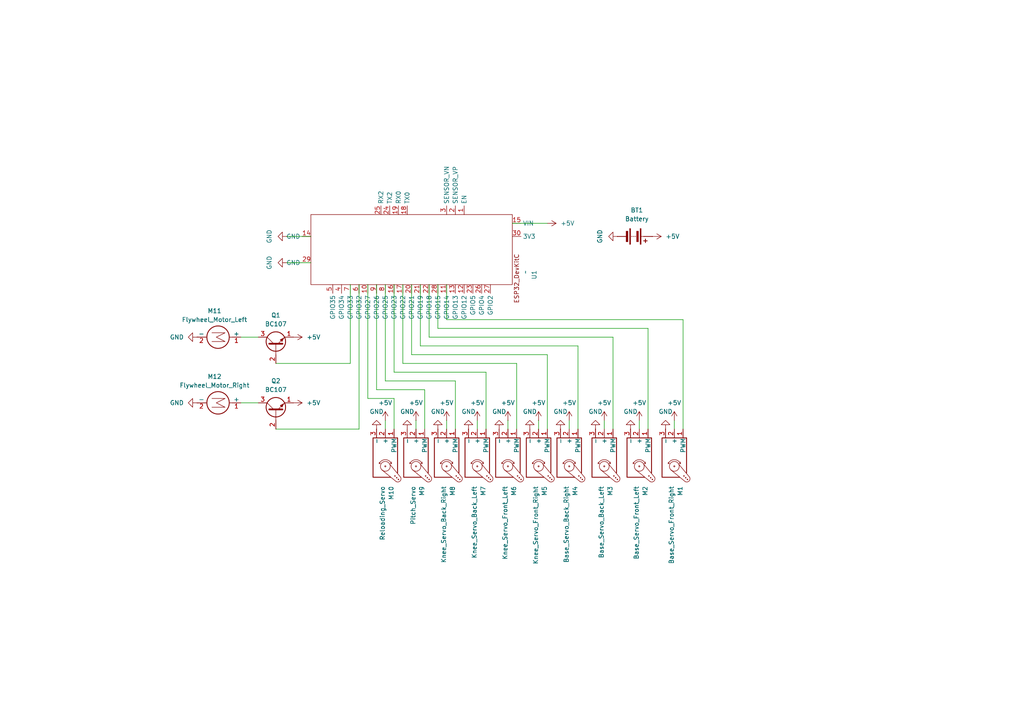
<source format=kicad_sch>
(kicad_sch (version 20250114) (generator "eeschema") (generator_version "9.0")
  (paper "A4")
  (lib_symbols
    (symbol "Device:Battery" (pin_numbers (hide yes)) (pin_names (offset 0) (hide yes))
      (property "Reference" "BT" (at 2.54 2.54 0))
      (property "Value" "Battery" (at 2.54 0 0))
      (symbol "Battery_0_1"
        (rectangle (start -2.286 1.778) (end 2.286 1.524) (fill (type outline)))
        (rectangle (start -2.286 -1.27) (end 2.286 -1.524) (fill (type outline)))
        (rectangle (start -1.524 1.016) (end 1.524 0.508) (fill (type outline)))
        (rectangle (start -1.524 -2.032) (end 1.524 -2.54) (fill (type outline)))
        (polyline (pts (xy 0 1.778) (xy 0 2.54)))
        (polyline (pts (xy 0 0) (xy 0 0.254)))
        (polyline (pts (xy 0 -0.508) (xy 0 -0.254)))
        (polyline (pts (xy 0 -1.016) (xy 0 -0.762)))
        (polyline (pts (xy 0.762 3.048) (xy 1.778 3.048)) (stroke (width 0.254)))
        (polyline (pts (xy 1.27 3.556) (xy 1.27 2.54)) (stroke (width 0.254)))
      )
      (symbol "Battery_1_1"
        (pin power_out line (at 0 5.08 270) (length 2.54) (name "+") (number "1"))
        (pin passive line (at 0 -5.08 90) (length 2.54) (name "-") (number "2"))
      )
    )
    (symbol "Motor:Motor_DC" (pin_names (offset 0))
      (property "Reference" "M" (at 2.54 2.54 0))
      (property "Value" "Motor_DC" (at 2.54 -5.08 0))
      (symbol "Motor_DC_0_0"
        (polyline (pts (xy -1.27 -3.302) (xy -1.27 0.508) (xy 0 -2.032) (xy 1.27 0.508) (xy 1.27 -3.302)))
      )
      (symbol "Motor_DC_0_1"
        (polyline (pts (xy 0 2.032) (xy 0 2.54)))
        (polyline (pts (xy 0 1.7272) (xy 0 2.0828)))
        (circle (center 0 -1.524) (radius 3.2512) (stroke (width 0.254)))
        (polyline (pts (xy 0 -4.7752) (xy 0 -5.1816)))
        (polyline (pts (xy 0 -7.62) (xy 0 -7.112)))
      )
      (symbol "Motor_DC_1_1"
        (pin passive line (at 0 5.08 270) (length 2.54) (name "+") (number "1"))
        (pin passive line (at 0 -7.62 90) (length 2.54) (name "-") (number "2"))
      )
    )
    (symbol "Motor:Motor_Servo" (pin_names (offset 0.0254))
      (property "Reference" "M" (at -5.08 4.445 0))
      (property "Value" "Motor_Servo" (at -5.08 -4.064 0))
      (symbol "Motor_Servo_0_1"
        (polyline (pts (xy 2.413 1.778) (xy 1.905 1.778)))
        (polyline (pts (xy 2.413 1.778) (xy 2.286 1.397)))
        (polyline (pts (xy 2.413 -1.778) (xy 2.032 -1.778)))
        (polyline (pts (xy 2.413 -1.778) (xy 2.286 -1.397)))
        (arc (start 2.413 -1.778) (mid 1.2406 0) (end 2.413 1.778))
        (circle (center 3.175 0) (radius 0.1778))
        (circle (center 3.175 0) (radius 1.4224))
        (polyline (pts (xy 5.08 3.556) (xy -5.08 3.556) (xy -5.08 -3.556) (xy 6.35 -3.556) (xy 6.35 1.524)) (stroke (width 0.254)))
        (circle (center 5.969 2.794) (radius 0.127))
        (polyline (pts (xy 6.35 4.445) (xy 2.54 1.27)))
        (circle (center 6.477 3.302) (radius 0.127))
        (arc (start 6.35 4.445) (mid 7.4487 4.2737) (end 7.62 3.175))
        (circle (center 6.985 3.81) (radius 0.127))
        (polyline (pts (xy 7.62 3.175) (xy 4.191 -1.016)))
      )
      (symbol "Motor_Servo_1_1"
        (pin passive line (at -7.62 2.54 0) (length 2.54) (name "PWM") (number "1"))
        (pin passive line (at -7.62 0 0) (length 2.54) (name "+") (number "2"))
        (pin passive line (at -7.62 -2.54 0) (length 2.54) (name "-") (number "3"))
      )
    )
    (symbol "RF_Controller:ESP32_DevKitC_30"
      (property "Reference" "U" (at -10.16 -1.778 0))
      (symbol "ESP32_DevKitC_30_0_1"
        (rectangle (start -8.89 -2.54) (end 11.43 -60.96))
      )
      (symbol "ESP32_DevKitC_30_1_1"
        (text "ESP32_DevKitC" (at 9.652 -1.27 0) (effects (font (size 1.27 1.27))))
        (pin input line (at -8.89 -16.51 180) (length 2.54) (name "EN") (number "1"))
        (pin input line (at -8.89 -19.05 180) (length 2.54) (name "SENSOR_VP") (number "2"))
        (pin input line (at -8.89 -21.59 180) (length 2.54) (name "SENSOR_VN") (number "3"))
        (pin bidirectional line (at -8.89 -33.02 180) (length 2.54) (name "TX0") (number "18"))
        (pin bidirectional line (at -8.89 -35.56 180) (length 2.54) (name "RX0") (number "19"))
        (pin bidirectional line (at -8.89 -38.1 180) (length 2.54) (name "TX2") (number "24"))
        (pin bidirectional line (at -8.89 -40.64 180) (length 2.54) (name "RX2") (number "25"))
        (pin power_in line (at -6.35 -2.54 90) (length 2.54) (name "VIN") (number "15"))
        (pin power_in line (at -2.54 -2.54 90) (length 2.54) (name "3V3") (number "30"))
        (pin power_in line (at -2.54 -60.96 270) (length 2.54) (name "GND") (number "14"))
        (pin power_in line (at 5.08 -60.96 270) (length 2.54) (name "GND") (number "29"))
        (pin bidirectional line (at 11.43 -8.89 0) (length 2.54) (name "GPIO2") (number "27"))
        (pin bidirectional line (at 11.43 -11.43 0) (length 2.54) (name "GPIO4") (number "26"))
        (pin bidirectional line (at 11.43 -13.97 0) (length 2.54) (name "GPIO5") (number "23"))
        (pin bidirectional line (at 11.43 -16.51 0) (length 2.54) (name "GPIO12") (number "12"))
        (pin bidirectional line (at 11.43 -19.05 0) (length 2.54) (name "GPIO13") (number "13"))
        (pin bidirectional line (at 11.43 -21.59 0) (length 2.54) (name "GPIO14") (number "11"))
        (pin bidirectional line (at 11.43 -24.13 0) (length 2.54) (name "GPIO15") (number "28"))
        (pin bidirectional line (at 11.43 -26.67 0) (length 2.54) (name "GPIO18") (number "22"))
        (pin bidirectional line (at 11.43 -29.21 0) (length 2.54) (name "GPIO19") (number "21"))
        (pin bidirectional line (at 11.43 -31.75 0) (length 2.54) (name "GPIO21") (number "20"))
        (pin bidirectional line (at 11.43 -34.29 0) (length 2.54) (name "GPIO22") (number "17"))
        (pin bidirectional line (at 11.43 -36.83 0) (length 2.54) (name "GPIO23") (number "16"))
        (pin bidirectional line (at 11.43 -39.37 0) (length 2.54) (name "GPIO25") (number "8"))
        (pin bidirectional line (at 11.43 -41.91 0) (length 2.54) (name "GPIO26") (number "9"))
        (pin bidirectional line (at 11.43 -44.45 0) (length 2.54) (name "GPIO27") (number "10"))
        (pin bidirectional line (at 11.43 -46.99 0) (length 2.54) (name "GPIO32") (number "6"))
        (pin bidirectional line (at 11.43 -49.53 0) (length 2.54) (name "GPIO33") (number "7"))
        (pin input line (at 11.43 -52.07 0) (length 2.54) (name "GPIO34") (number "4"))
        (pin input line (at 11.43 -54.61 0) (length 2.54) (name "GPIO35") (number "5"))
      )
    )
    (symbol "Transistor_BJT:BC107" (pin_names (offset 0) (hide yes))
      (property "Reference" "Q" (at 5.08 1.905 0))
      (property "Value" "BC107" (at 5.08 0 0))
      (symbol "BC107_0_1"
        (polyline (pts (xy -2.54 0) (xy 0.635 0)))
        (polyline (pts (xy 0.635 1.905) (xy 0.635 -1.905)) (stroke (width 0.508)))
        (circle (center 1.27 0) (radius 2.8194) (stroke (width 0.254)))
      )
      (symbol "BC107_1_1"
        (polyline (pts (xy 0.635 0.635) (xy 2.54 2.54)))
        (polyline (pts (xy 0.635 -0.635) (xy 2.54 -2.54)))
        (polyline (pts (xy 1.27 -1.778) (xy 1.778 -1.27) (xy 2.286 -2.286) (xy 1.27 -1.778)) (fill (type outline)))
        (pin input line (at -5.08 0 0) (length 2.54) (name "B") (number "2"))
        (pin passive line (at 2.54 5.08 270) (length 2.54) (name "C") (number "3"))
        (pin passive line (at 2.54 -5.08 90) (length 2.54) (name "E") (number "1"))
      )
    )
    (symbol "power:+5V" (power) (pin_numbers (hide yes)) (pin_names (offset 0) (hide yes))
      (property "Value" "+5V" (at 0 3.556 0))
      (symbol "+5V_0_1"
        (polyline (pts (xy -0.762 1.27) (xy 0 2.54)))
        (polyline (pts (xy 0 2.54) (xy 0.762 1.27)))
        (polyline (pts (xy 0 0) (xy 0 2.54)))
      )
      (symbol "+5V_1_1"
        (pin power_in line (at 0 0 90) (length 0) (name "~") (number "1"))
      )
    )
    (symbol "power:GND" (power) (pin_numbers (hide yes)) (pin_names (offset 0) (hide yes))
      (property "Value" "GND" (at 0 -3.81 0))
      (symbol "GND_0_1"
        (polyline (pts (xy 0 0) (xy 0 -1.27) (xy 1.27 -1.27) (xy 0 -2.54) (xy -1.27 -1.27) (xy 0 -1.27)))
      )
      (symbol "GND_1_1"
        (pin power_in line (at 0 0 270) (length 0) (name "~") (number "1"))
      )
    )
  )
  (wire (pts (xy 198.12 92.71) (xy 129.54 92.71)))
  (wire (pts (xy 187.96 124.46) (xy 187.96 95.25)))
  (wire (pts (xy 149.86 124.46) (xy 149.86 105.41)))
  (wire (pts (xy 123.19 124.46) (xy 123.19 113.03)))
  (wire (pts (xy 111.76 121.92) (xy 111.76 124.46)))
  (wire (pts (xy 187.96 95.25) (xy 127 95.25)))
  (wire (pts (xy 101.6 82.55) (xy 101.6 105.41)))
  (wire (pts (xy 106.68 115.57) (xy 106.68 82.55)))
  (wire (pts (xy 167.64 100.33) (xy 121.92 100.33)))
  (wire (pts (xy 127 95.25) (xy 127 82.55)))
  (wire (pts (xy 138.43 121.92) (xy 138.43 124.46)))
  (wire (pts (xy 104.14 124.46) (xy 104.14 82.55)))
  (wire (pts (xy 114.3 124.46) (xy 114.3 115.57)))
  (wire (pts (xy 90.17 76.2) (xy 83.185 76.2)))
  (wire (pts (xy 114.3 115.57) (xy 106.68 115.57)))
  (wire (pts (xy 90.17 68.58) (xy 83.185 68.58)))
  (wire (pts (xy 123.19 113.03) (xy 109.22 113.03)))
  (wire (pts (xy 175.26 121.92) (xy 175.26 124.46)))
  (wire (pts (xy 148.59 64.77) (xy 158.75 64.77)))
  (wire (pts (xy 80.01 105.41) (xy 101.6 105.41)))
  (wire (pts (xy 116.84 105.41) (xy 116.84 82.55)))
  (wire (pts (xy 149.86 105.41) (xy 116.84 105.41)))
  (wire (pts (xy 195.58 121.92) (xy 195.58 124.46)))
  (wire (pts (xy 185.42 121.92) (xy 185.42 124.46)))
  (wire (pts (xy 147.32 121.92) (xy 147.32 124.46)))
  (wire (pts (xy 132.08 110.49) (xy 111.76 110.49)))
  (wire (pts (xy 158.75 102.87) (xy 119.38 102.87)))
  (wire (pts (xy 109.22 113.03) (xy 109.22 82.55)))
  (wire (pts (xy 69.85 116.84) (xy 74.93 116.84)))
  (wire (pts (xy 111.76 110.49) (xy 111.76 82.55)))
  (wire (pts (xy 177.8 124.46) (xy 177.8 97.79)))
  (wire (pts (xy 114.3 107.95) (xy 114.3 82.55)))
  (wire (pts (xy 177.8 97.79) (xy 124.46 97.79)))
  (wire (pts (xy 165.1 121.92) (xy 165.1 124.46)))
  (wire (pts (xy 167.64 124.46) (xy 167.64 100.33)))
  (wire (pts (xy 124.46 97.79) (xy 124.46 82.55)))
  (wire (pts (xy 121.92 100.33) (xy 121.92 82.55)))
  (wire (pts (xy 198.12 124.46) (xy 198.12 92.71)))
  (wire (pts (xy 140.97 107.95) (xy 114.3 107.95)))
  (wire (pts (xy 80.01 124.46) (xy 104.14 124.46)))
  (wire (pts (xy 120.65 121.92) (xy 120.65 124.46)))
  (wire (pts (xy 156.21 121.92) (xy 156.21 124.46)))
  (wire (pts (xy 132.08 124.46) (xy 132.08 110.49)))
  (wire (pts (xy 129.54 92.71) (xy 129.54 82.55)))
  (wire (pts (xy 129.54 121.92) (xy 129.54 124.46)))
  (wire (pts (xy 140.97 124.46) (xy 140.97 107.95)))
  (wire (pts (xy 158.75 124.46) (xy 158.75 102.87)))
  (wire (pts (xy 119.38 102.87) (xy 119.38 82.55)))
  (wire (pts (xy 69.85 97.79) (xy 74.93 97.79)))
  (symbol (lib_id "power:GND") (at 193.04 124.46 180) (unit 1)
    (property "Reference" "#PWR015" (effects (hide yes)))
    (property "Value" "GND" (at 193.04 119.38 0))
    (property "Description" "Power symbol creates a global label with name \"GND\" , ground" (effects (hide yes)))
  )
  (symbol (lib_id "power:GND") (at 57.15 97.79 270) (unit 1)
    (property "Reference" "#PWR04" (effects (hide yes)))
    (property "Value" "GND" (at 53.34 97.7899 90) (effects (justify right)))
    (property "Description" "Power symbol creates a global label with name \"GND\" , ground" (effects (hide yes)))
  )
  (symbol (lib_id "Motor:Motor_Servo") (at 147.32 132.08 270) (unit 1)
    (property "Reference" "M6" (at 149.0232 140.97 0) (effects (justify left)))
    (property "Value" "Knee_Servo_Front_Left" (at 146.4832 140.97 0) (effects (justify left)))
    (property "Datasheet" "http://forums.parallax.com/uploads/attachments/46831/74481.png" (effects (hide yes)))
    (property "Description" "Servo Motor (Futaba, HiTec, JR connector)" (effects (hide yes)))
  )
  (symbol (lib_id "Transistor_BJT:BC107") (at 80.01 100.33 90) (unit 1)
    (property "Reference" "Q1" (at 80.01 91.44 90))
    (property "Value" "BC107" (at 80.01 93.98 90))
    (property "Footprint" "Package_TO_SOT_THT:TO-18-3" (effects (hide yes)))
    (property "Datasheet" "http://www.b-kainka.de/Daten/Transistor/BC108.pdf" (effects (hide yes)))
    (property "Description" "0.1A Ic, 50V Vce, Low Noise General Purpose NPN Transistor, TO-18" (effects (hide yes)))
  )
  (symbol (lib_id "RF_Controller:ESP32_DevKitC_30") (at 151.13 71.12 270) (unit 1)
    (property "Reference" "U1" (at 154.94 78.3433 0) (effects (justify left)))
    (property "Value" "~" (at 152.4 78.3433 0) (effects (justify left)))
  )
  (symbol (lib_id "Motor:Motor_Servo") (at 120.65 132.08 270) (unit 1)
    (property "Reference" "M9" (at 122.3532 140.97 0) (effects (justify left)))
    (property "Value" "Pitch_Servo" (at 119.8132 140.97 0) (effects (justify left)))
    (property "Datasheet" "http://forums.parallax.com/uploads/attachments/46831/74481.png" (effects (hide yes)))
    (property "Description" "Servo Motor (Futaba, HiTec, JR connector)" (effects (hide yes)))
  )
  (symbol (lib_id "power:+5V") (at 195.58 121.92 0) (unit 1)
    (property "Reference" "#PWR025" (effects (hide yes)))
    (property "Value" "+5V" (at 195.58 116.84 0))
    (property "Description" "Power symbol creates a global label with name \"+5V\"" (effects (hide yes)))
  )
  (symbol (lib_id "power:+5V") (at 156.21 121.92 0) (unit 1)
    (property "Reference" "#PWR022" (effects (hide yes)))
    (property "Value" "+5V" (at 156.21 116.84 0))
    (property "Description" "Power symbol creates a global label with name \"+5V\"" (effects (hide yes)))
  )
  (symbol (lib_id "Motor:Motor_DC") (at 64.77 97.79 270) (unit 1)
    (property "Reference" "M11" (at 62.23 90.17 90))
    (property "Value" "Flywheel_Motor_Left" (at 62.23 92.71 90))
    (property "Description" "DC Motor" (effects (hide yes)))
  )
  (symbol (lib_id "Motor:Motor_Servo") (at 195.58 132.08 270) (unit 1)
    (property "Reference" "M1" (at 197.2832 140.97 0) (effects (justify left)))
    (property "Value" "Base_Servo_Front_Right" (at 194.7432 140.97 0) (effects (justify left)))
    (property "Datasheet" "http://forums.parallax.com/uploads/attachments/46831/74481.png" (effects (hide yes)))
    (property "Description" "Servo Motor (Futaba, HiTec, JR connector)" (effects (hide yes)))
  )
  (symbol (lib_id "power:GND") (at 109.22 124.46 180) (unit 1)
    (property "Reference" "#PWR06" (effects (hide yes)))
    (property "Value" "GND" (at 109.22 119.38 0))
    (property "Description" "Power symbol creates a global label with name \"GND\" , ground" (effects (hide yes)))
  )
  (symbol (lib_id "power:GND") (at 127 124.46 180) (unit 1)
    (property "Reference" "#PWR08" (effects (hide yes)))
    (property "Value" "GND" (at 127 119.38 0))
    (property "Description" "Power symbol creates a global label with name \"GND\" , ground" (effects (hide yes)))
  )
  (symbol (lib_id "power:+5V") (at 111.76 121.92 0) (unit 1)
    (property "Reference" "#PWR016" (effects (hide yes)))
    (property "Value" "+5V" (at 111.76 116.84 0))
    (property "Description" "Power symbol creates a global label with name \"+5V\"" (effects (hide yes)))
  )
  (symbol (lib_id "power:GND") (at 83.185 68.58 270) (unit 1)
    (property "Reference" "#PWR02" (effects (hide yes)))
    (property "Value" "GND" (at 78.105 68.58 0))
    (property "Description" "Power symbol creates a global label with name \"GND\" , ground" (effects (hide yes)))
  )
  (symbol (lib_id "power:+5V") (at 165.1 121.92 0) (unit 1)
    (property "Reference" "#PWR021" (effects (hide yes)))
    (property "Value" "+5V" (at 165.1 116.84 0))
    (property "Description" "Power symbol creates a global label with name \"+5V\"" (effects (hide yes)))
  )
  (symbol (lib_id "power:GND") (at 162.56 124.46 180) (unit 1)
    (property "Reference" "#PWR012" (effects (hide yes)))
    (property "Value" "GND" (at 162.56 119.38 0))
    (property "Description" "Power symbol creates a global label with name \"GND\" , ground" (effects (hide yes)))
  )
  (symbol (lib_id "Device:Battery") (at 184.15 68.58 270) (unit 1)
    (property "Reference" "BT1" (at 184.7215 60.96 90))
    (property "Value" "Battery" (at 184.7215 63.5 90))
    (property "Description" "Multiple-cell battery" (effects (hide yes)))
  )
  (symbol (lib_id "Motor:Motor_DC") (at 64.77 116.84 270) (unit 1)
    (property "Reference" "M12" (at 62.23 109.22 90))
    (property "Value" "Flywheel_Motor_Right" (at 62.23 111.76 90))
    (property "Description" "DC Motor" (effects (hide yes)))
  )
  (symbol (lib_id "power:GND") (at 57.15 116.84 270) (unit 1)
    (property "Reference" "#PWR05" (effects (hide yes)))
    (property "Value" "GND" (at 53.34 116.8399 90) (effects (justify right)))
    (property "Description" "Power symbol creates a global label with name \"GND\" , ground" (effects (hide yes)))
  )
  (symbol (lib_id "power:GND") (at 135.89 124.46 180) (unit 1)
    (property "Reference" "#PWR09" (effects (hide yes)))
    (property "Value" "GND" (at 135.89 119.38 0))
    (property "Description" "Power symbol creates a global label with name \"GND\" , ground" (effects (hide yes)))
  )
  (symbol (lib_id "power:+5V") (at 189.23 68.58 270) (unit 1)
    (property "Reference" "#PWR01" (effects (hide yes)))
    (property "Value" "+5V" (at 193.04 68.5799 90) (effects (justify left)))
    (property "Description" "Power symbol creates a global label with name \"+5V\"" (effects (hide yes)))
  )
  (symbol (lib_id "Motor:Motor_Servo") (at 111.76 132.08 270) (unit 1)
    (property "Reference" "M10" (at 113.4632 140.97 0) (effects (justify left)))
    (property "Value" "Reloading_Servo" (at 110.9232 140.97 0) (effects (justify left)))
    (property "Datasheet" "http://forums.parallax.com/uploads/attachments/46831/74481.png" (effects (hide yes)))
    (property "Description" "Servo Motor (Futaba, HiTec, JR connector)" (effects (hide yes)))
  )
  (symbol (lib_id "power:GND") (at 118.11 124.46 180) (unit 1)
    (property "Reference" "#PWR07" (effects (hide yes)))
    (property "Value" "GND" (at 118.11 119.38 0))
    (property "Description" "Power symbol creates a global label with name \"GND\" , ground" (effects (hide yes)))
  )
  (symbol (lib_id "power:GND") (at 182.88 124.46 180) (unit 1)
    (property "Reference" "#PWR014" (effects (hide yes)))
    (property "Value" "GND" (at 182.88 119.38 0))
    (property "Description" "Power symbol creates a global label with name \"GND\" , ground" (effects (hide yes)))
  )
  (symbol (lib_id "power:GND") (at 153.67 124.46 180) (unit 1)
    (property "Reference" "#PWR011" (effects (hide yes)))
    (property "Value" "GND" (at 153.67 119.38 0))
    (property "Description" "Power symbol creates a global label with name \"GND\" , ground" (effects (hide yes)))
  )
  (symbol (lib_id "Motor:Motor_Servo") (at 129.54 132.08 270) (unit 1)
    (property "Reference" "M8" (at 131.2432 140.97 0) (effects (justify left)))
    (property "Value" "Knee_Servo_Back_Right" (at 128.7032 140.97 0) (effects (justify left)))
    (property "Datasheet" "http://forums.parallax.com/uploads/attachments/46831/74481.png" (effects (hide yes)))
    (property "Description" "Servo Motor (Futaba, HiTec, JR connector)" (effects (hide yes)))
  )
  (symbol (lib_id "power:GND") (at 83.185 76.2 270) (unit 1)
    (property "Reference" "#PWR03" (effects (hide yes)))
    (property "Value" "GND" (at 78.105 76.2 0))
    (property "Description" "Power symbol creates a global label with name \"GND\" , ground" (effects (hide yes)))
  )
  (symbol (lib_id "power:+5V") (at 138.43 121.92 0) (unit 1)
    (property "Reference" "#PWR019" (effects (hide yes)))
    (property "Value" "+5V" (at 138.43 116.84 0))
    (property "Description" "Power symbol creates a global label with name \"+5V\"" (effects (hide yes)))
  )
  (symbol (lib_id "power:GND") (at 144.78 124.46 180) (unit 1)
    (property "Reference" "#PWR010" (effects (hide yes)))
    (property "Value" "GND" (at 144.78 119.38 0))
    (property "Description" "Power symbol creates a global label with name \"GND\" , ground" (effects (hide yes)))
  )
  (symbol (lib_id "power:+5V") (at 129.54 121.92 0) (unit 1)
    (property "Reference" "#PWR018" (effects (hide yes)))
    (property "Value" "+5V" (at 129.54 116.84 0))
    (property "Description" "Power symbol creates a global label with name \"+5V\"" (effects (hide yes)))
  )
  (symbol (lib_id "power:+5V") (at 85.09 116.84 270) (unit 1)
    (property "Reference" "#PWR027" (effects (hide yes)))
    (property "Value" "+5V" (at 88.9 116.8399 90) (effects (justify left)))
    (property "Description" "Power symbol creates a global label with name \"+5V\"" (effects (hide yes)))
  )
  (symbol (lib_id "Motor:Motor_Servo") (at 156.21 132.08 270) (unit 1)
    (property "Reference" "M5" (at 157.9132 140.97 0) (effects (justify left)))
    (property "Value" "Knee_Servo_Front_Right" (at 155.3732 140.97 0) (effects (justify left)))
    (property "Datasheet" "http://forums.parallax.com/uploads/attachments/46831/74481.png" (effects (hide yes)))
    (property "Description" "Servo Motor (Futaba, HiTec, JR connector)" (effects (hide yes)))
  )
  (symbol (lib_id "Transistor_BJT:BC107") (at 80.01 119.38 90) (unit 1)
    (property "Reference" "Q2" (at 80.01 110.49 90))
    (property "Value" "BC107" (at 80.01 113.03 90))
    (property "Footprint" "Package_TO_SOT_THT:TO-18-3" (effects (hide yes)))
    (property "Datasheet" "http://www.b-kainka.de/Daten/Transistor/BC108.pdf" (effects (hide yes)))
    (property "Description" "0.1A Ic, 50V Vce, Low Noise General Purpose NPN Transistor, TO-18" (effects (hide yes)))
  )
  (symbol (lib_id "power:+5V") (at 158.75 64.77 270) (unit 1)
    (property "Reference" "#PWR029" (effects (hide yes)))
    (property "Value" "+5V" (at 162.56 64.7699 90) (effects (justify left)))
    (property "Description" "Power symbol creates a global label with name \"+5V\"" (effects (hide yes)))
  )
  (symbol (lib_id "power:+5V") (at 175.26 121.92 0) (unit 1)
    (property "Reference" "#PWR023" (effects (hide yes)))
    (property "Value" "+5V" (at 175.26 116.84 0))
    (property "Description" "Power symbol creates a global label with name \"+5V\"" (effects (hide yes)))
  )
  (symbol (lib_id "power:+5V") (at 120.65 121.92 0) (unit 1)
    (property "Reference" "#PWR017" (effects (hide yes)))
    (property "Value" "+5V" (at 120.65 116.84 0))
    (property "Description" "Power symbol creates a global label with name \"+5V\"" (effects (hide yes)))
  )
  (symbol (lib_id "power:+5V") (at 147.32 121.92 0) (unit 1)
    (property "Reference" "#PWR020" (effects (hide yes)))
    (property "Value" "+5V" (at 147.32 116.84 0))
    (property "Description" "Power symbol creates a global label with name \"+5V\"" (effects (hide yes)))
  )
  (symbol (lib_id "power:GND") (at 172.72 124.46 180) (unit 1)
    (property "Reference" "#PWR013" (effects (hide yes)))
    (property "Value" "GND" (at 172.72 119.38 0))
    (property "Description" "Power symbol creates a global label with name \"GND\" , ground" (effects (hide yes)))
  )
  (symbol (lib_id "Motor:Motor_Servo") (at 138.43 132.08 270) (unit 1)
    (property "Reference" "M7" (at 140.1332 140.97 0) (effects (justify left)))
    (property "Value" "Knee_Servo_Back_Left" (at 137.5932 140.97 0) (effects (justify left)))
    (property "Datasheet" "http://forums.parallax.com/uploads/attachments/46831/74481.png" (effects (hide yes)))
    (property "Description" "Servo Motor (Futaba, HiTec, JR connector)" (effects (hide yes)))
  )
  (symbol (lib_id "Motor:Motor_Servo") (at 185.42 132.08 270) (unit 1)
    (property "Reference" "M2" (at 187.1232 140.97 0) (effects (justify left)))
    (property "Value" "Base_Servo_Front_Left" (at 184.5832 140.97 0) (effects (justify left)))
    (property "Datasheet" "http://forums.parallax.com/uploads/attachments/46831/74481.png" (effects (hide yes)))
    (property "Description" "Servo Motor (Futaba, HiTec, JR connector)" (effects (hide yes)))
  )
  (symbol (lib_id "power:GND") (at 179.07 68.58 270) (unit 1)
    (property "Reference" "#PWR028" (effects (hide yes)))
    (property "Value" "GND" (at 173.99 68.58 0))
    (property "Description" "Power symbol creates a global label with name \"GND\" , ground" (effects (hide yes)))
  )
  (symbol (lib_id "Motor:Motor_Servo") (at 165.1 132.08 270) (unit 1)
    (property "Reference" "M4" (at 166.8032 140.97 0) (effects (justify left)))
    (property "Value" "Base_Servo_Back_Right" (at 164.2632 140.97 0) (effects (justify left)))
    (property "Datasheet" "http://forums.parallax.com/uploads/attachments/46831/74481.png" (effects (hide yes)))
    (property "Description" "Servo Motor (Futaba, HiTec, JR connector)" (effects (hide yes)))
  )
  (symbol (lib_id "power:+5V") (at 185.42 121.92 0) (unit 1)
    (property "Reference" "#PWR024" (effects (hide yes)))
    (property "Value" "+5V" (at 185.42 116.84 0))
    (property "Description" "Power symbol creates a global label with name \"+5V\"" (effects (hide yes)))
  )
  (symbol (lib_id "Motor:Motor_Servo") (at 175.26 132.08 270) (unit 1)
    (property "Reference" "M3" (at 176.9632 140.97 0) (effects (justify left)))
    (property "Value" "Base_Servo_Back_Left" (at 174.4232 140.97 0) (effects (justify left)))
    (property "Datasheet" "http://forums.parallax.com/uploads/attachments/46831/74481.png" (effects (hide yes)))
    (property "Description" "Servo Motor (Futaba, HiTec, JR connector)" (effects (hide yes)))
  )
  (symbol (lib_id "power:+5V") (at 85.09 97.79 270) (unit 1)
    (property "Reference" "#PWR026" (effects (hide yes)))
    (property "Value" "+5V" (at 88.9 97.7899 90) (effects (justify left)))
    (property "Description" "Power symbol creates a global label with name \"+5V\"" (effects (hide yes)))
  )
)
</source>
